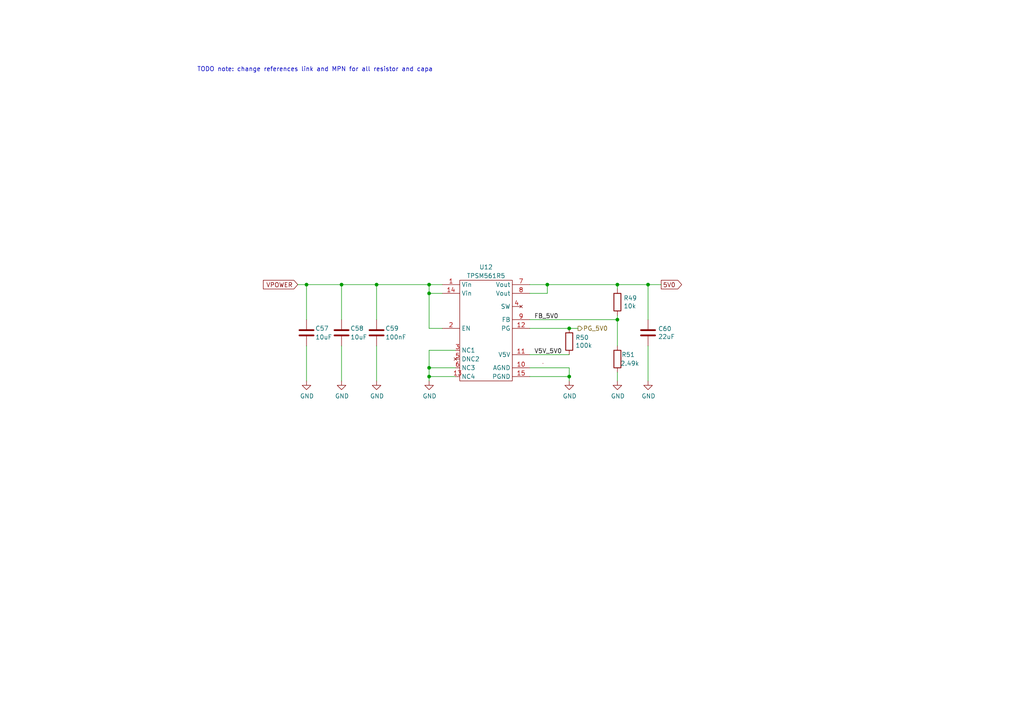
<source format=kicad_sch>
(kicad_sch (version 20211123) (generator eeschema)
  (paper "A4")
  (title_block (title "Open MOtor DRiver Initiative (OMODRI)") (date "2022-10-05") (rev "2.0") (company "LAAS/CNRS"))
  (lib_symbols
    (symbol "Device:C" (pin_numbers hide) (pin_names (offset 0.254))
      (property "Reference" "C" (at 0.635 2.54 0))
      (property "Value" "C" (at 0.635 -2.54 0))
      (symbol "C_0_1"
        (polyline (pts (xy -2.032 -0.762) (xy 2.032 -0.762)) (stroke (width 0.508)))
        (polyline (pts (xy -2.032 0.762) (xy 2.032 0.762)) (stroke (width 0.508)))
      )
      (symbol "C_1_1"
        (pin passive line (at 0 3.81 270) (length 2.794) (name "~") (number "1"))
        (pin passive line (at 0 -3.81 90) (length 2.794) (name "~") (number "2"))
      )
    )
    (symbol "Device:R" (pin_numbers hide) (pin_names (offset 0))
      (property "Reference" "R" (at 2.032 0 90))
      (property "Value" "R" (at 0 0 90))
      (symbol "R_0_1"
        (rectangle (start -1.016 -2.54) (end 1.016 2.54) (stroke (width 0.254)))
      )
      (symbol "R_1_1"
        (pin passive line (at 0 3.81 270) (length 1.27) (name "~") (number "1"))
        (pin passive line (at 0 -3.81 90) (length 1.27) (name "~") (number "2"))
      )
    )
    (symbol "omodri_lib:TPSM561R5"
      (property "Reference" "U" (at 0 8.89 0))
      (property "Value" "TPSM561R5" (at 0 7.62 0))
      (symbol "TPSM561R5_0_1"
        (rectangle (start -7.62 6.35) (end 7.62 -22.86) (stroke (width 0.1524)))
        (rectangle (start 16.51 -17.78) (end 16.51 -17.78) (stroke (width 0.1524)))
        (rectangle (start 16.51 -17.78) (end 16.51 -17.78) (stroke (width 0.1524)))
      )
      (symbol "TPSM561R5_1_1"
        (pin power_in line (at -12.7 5.08 0) (length 5.08) (name "Vin") (number "1"))
        (pin passive line (at 12.7 -19.05 180) (length 5.08) (name "AGND") (number "10"))
        (pin output line (at 12.7 -15.24 180) (length 5.08) (name "V5V") (number "11"))
        (pin open_collector line (at 12.7 -7.62 180) (length 5.08) (name "PG") (number "12"))
        (pin passive line (at -8.89 -21.59 0) (length 1.27) (name "NC4") (number "13"))
        (pin power_in line (at -12.7 2.54 0) (length 5.08) (name "Vin") (number "14"))
        (pin passive line (at 12.7 -21.59 180) (length 5.08) (name "PGND") (number "15"))
        (pin input line (at -12.7 -7.62 0) (length 5.08) (name "EN") (number "2"))
        (pin passive line (at -8.89 -13.97 0) (length 1.27) (name "NC1") (number "3"))
        (pin no_connect line (at 10.16 -1.27 180) (length 2.54) (name "SW") (number "4"))
        (pin no_connect line (at -8.89 -16.51 0) (length 1.27) (name "DNC2") (number "5"))
        (pin passive line (at -8.89 -19.05 0) (length 1.27) (name "NC3") (number "6"))
        (pin passive line (at 12.7 5.08 180) (length 5.08) (name "Vout") (number "7"))
        (pin passive line (at 12.7 2.54 180) (length 5.08) (name "Vout") (number "8"))
        (pin input line (at 12.7 -5.08 180) (length 5.08) (name "FB") (number "9"))
      )
    )
    (symbol "power:GND" (power) (pin_names (offset 0))
      (property "Value" "GND" (at 0 -3.81 0))
      (symbol "GND_0_1"
        (polyline (pts (xy 0 0) (xy 0 -1.27) (xy 1.27 -1.27) (xy 0 -2.54) (xy -1.27 -1.27) (xy 0 -1.27)))
      )
      (symbol "GND_1_1"
        (pin power_in line (at 0 0 270) (length 0) hide (name "GND") (number "1"))
      )
    )
  )
  (junction (at 179.07 82.55))
  (junction (at 165.1 109.22))
  (junction (at 179.07 92.71))
  (junction (at 124.46 106.68))
  (junction (at 165.1 95.25))
  (junction (at 88.9 82.55))
  (junction (at 124.46 109.22))
  (junction (at 187.96 82.55))
  (junction (at 124.46 82.55))
  (junction (at 124.46 85.09))
  (junction (at 99.06 82.55))
  (junction (at 109.22 82.55))
  (junction (at 158.75 82.55))
  (wire (pts (xy 88.9 100.33) (xy 88.9 110.49)))
  (wire (pts (xy 153.67 102.87) (xy 165.1 102.87)))
  (wire (pts (xy 179.07 91.44) (xy 179.07 92.71)))
  (wire (pts (xy 158.75 82.55) (xy 179.07 82.55)))
  (wire (pts (xy 99.06 82.55) (xy 109.22 82.55)))
  (wire (pts (xy 153.67 92.71) (xy 179.07 92.71)))
  (wire (pts (xy 124.46 85.09) (xy 124.46 82.55)))
  (wire (pts (xy 153.67 106.68) (xy 165.1 106.68)))
  (wire (pts (xy 88.9 82.55) (xy 88.9 92.71)))
  (wire (pts (xy 124.46 106.68) (xy 132.08 106.68)))
  (wire (pts (xy 153.67 82.55) (xy 158.75 82.55)))
  (wire (pts (xy 165.1 110.49) (xy 165.1 109.22)))
  (wire (pts (xy 153.67 85.09) (xy 158.75 85.09)))
  (wire (pts (xy 86.36 82.55) (xy 88.9 82.55)))
  (wire (pts (xy 124.46 85.09) (xy 128.27 85.09)))
  (wire (pts (xy 124.46 109.22) (xy 124.46 110.49)))
  (wire (pts (xy 124.46 101.6) (xy 124.46 106.68)))
  (wire (pts (xy 124.46 106.68) (xy 124.46 109.22)))
  (wire (pts (xy 187.96 82.55) (xy 187.96 92.71)))
  (wire (pts (xy 99.06 100.33) (xy 99.06 110.49)))
  (wire (pts (xy 179.07 82.55) (xy 187.96 82.55)))
  (wire (pts (xy 109.22 82.55) (xy 109.22 92.71)))
  (wire (pts (xy 158.75 85.09) (xy 158.75 82.55)))
  (wire (pts (xy 88.9 82.55) (xy 99.06 82.55)))
  (wire (pts (xy 165.1 106.68) (xy 165.1 109.22)))
  (wire (pts (xy 187.96 100.33) (xy 187.96 110.49)))
  (wire (pts (xy 124.46 95.25) (xy 124.46 85.09)))
  (wire (pts (xy 153.67 109.22) (xy 165.1 109.22)))
  (wire (pts (xy 124.46 82.55) (xy 128.27 82.55)))
  (wire (pts (xy 153.67 95.25) (xy 165.1 95.25)))
  (wire (pts (xy 109.22 100.33) (xy 109.22 110.49)))
  (wire (pts (xy 179.07 107.95) (xy 179.07 110.49)))
  (wire (pts (xy 165.1 95.25) (xy 167.64 95.25)))
  (wire (pts (xy 187.96 82.55) (xy 191.77 82.55)))
  (wire (pts (xy 132.08 101.6) (xy 124.46 101.6)))
  (wire (pts (xy 179.07 82.55) (xy 179.07 83.82)))
  (wire (pts (xy 109.22 82.55) (xy 124.46 82.55)))
  (wire (pts (xy 179.07 92.71) (xy 179.07 100.33)))
  (wire (pts (xy 99.06 82.55) (xy 99.06 92.71)))
  (wire (pts (xy 124.46 109.22) (xy 132.08 109.22)))
  (wire (pts (xy 124.46 95.25) (xy 128.27 95.25)))
  (text "TODO note: change references link and MPN for all resistor and capa\n" (at 57.15 20.955 0) (effects (font (size 1.27 1.27)) (justify left bottom)))
  (label "FB_5V0" (at 154.94 92.71 0))
  (label "V5V_5V0" (at 154.94 102.87 0))
  (global_label "5V0" (shape output) (at 191.77 82.55 0) (property "Références Inter-Feuilles" "${INTERSHEET_REFS}" (effects hide)))
  (global_label "VPOWER" (shape input) (at 86.36 82.55 180) (property "Références Inter-Feuilles" "${INTERSHEET_REFS}" (effects hide)))
  (hierarchical_label "PG_5V0" (shape output) (at 167.64 95.25 0))
  (symbol (lib_id "power:GND") (at 99.06 110.49 0) (unit 1)
    (property "Reference" "#PWR0125" (effects hide))
    (property "Value" "GND" (at 99.187 114.8842 0))
  )
  (symbol (lib_id "Device:C") (at 88.9 96.52 0) (unit 1)
    (property "Reference" "C57" (at 91.44 95.25 0) (effects (justify left)))
    (property "Value" "10uF" (at 91.44 97.79 0) (effects (justify left)))
    (property "Footprint" "Capacitor_SMD:C_1210_3225Metric" (effects hide))
    (property "Farnell" "3416259" (effects hide))
    (property "Mouser" "810-C3225X7R1N106K25" (effects hide))
    (property "DigiKey" "445-C3225X7R1N106K250ACCT-ND " (effects hide))
    (property "Rated Voltage" "75V" (effects hide))
    (property "Part No" "C3225X7R1N106K250AC" (effects hide))
  )
  (symbol (lib_id "Device:C") (at 99.06 96.52 0) (unit 1)
    (property "Reference" "C58" (at 101.6 95.25 0) (effects (justify left)))
    (property "Value" "10uF" (at 101.6 97.79 0) (effects (justify left)))
    (property "Footprint" "Capacitor_SMD:C_1210_3225Metric" (effects hide))
    (property "Farnell" "3416259" (effects hide))
    (property "Mouser" "810-C3225X7R1N106K25" (effects hide))
    (property "DigiKey" "445-C3225X7R1N106K250ACCT-ND " (effects hide))
    (property "Rated Voltage" "75V" (effects hide))
    (property "Part No" "C3225X7R1N106K250AC" (effects hide))
  )
  (symbol (lib_id "power:GND") (at 88.9 110.49 0) (unit 1)
    (property "Reference" "#PWR0124" (effects hide))
    (property "Value" "GND" (at 89.027 114.8842 0))
  )
  (symbol (lib_id "power:GND") (at 109.22 110.49 0) (unit 1)
    (property "Reference" "#PWR0126" (effects hide))
    (property "Value" "GND" (at 109.347 114.8842 0))
  )
  (symbol (lib_id "power:GND") (at 179.07 110.49 0) (unit 1)
    (property "Reference" "#PWR0129" (effects hide))
    (property "Value" "GND" (at 179.197 114.8842 0))
  )
  (symbol (lib_id "omodri_lib:TPSM561R5") (at 140.97 87.63 0) (unit 1)
    (property "Reference" "U12" (at 140.97 77.47 0))
    (property "Value" "TPSM561R5" (at 140.97 80.01 0))
    (property "Footprint" "udriver3:B3QFN_15" (effects hide))
    (property "Datasheet" "https://www.ti.com/lit/ds/symlink/tpsm5601r5.pdf" (effects hide))
  )
  (symbol (lib_id "Device:C") (at 109.22 96.52 0) (unit 1)
    (property "Reference" "C59" (at 111.76 95.25 0) (effects (justify left)))
    (property "Value" "100nF" (at 111.76 97.79 0) (effects (justify left)))
    (property "Footprint" "Capacitor_SMD:C_0603_1608Metric" (effects hide))
    (property "Farnell" "1828921" (effects hide))
    (property "Mouser" "81-GRM188R72A104KA35" (effects hide))
    (property "DigiKey" "490-3285-1-ND" (effects hide))
    (property "Rated Voltage" "100V" (effects hide))
    (property "Part No" "GRM188R72A104KA35D" (effects hide))
  )
  (symbol (lib_id "Device:C") (at 187.96 96.52 0) (unit 1)
    (property "Reference" "C60" (at 190.881 95.3516 0) (effects (justify left)))
    (property "Value" "22uF" (at 190.881 97.663 0) (effects (justify left)))
    (property "Footprint" "Capacitor_SMD:C_0805_2012Metric" (effects hide))
    (property "DigiKey" "490-10749-2-ND" (effects hide))
    (property "Farnell" "1907510" (effects hide))
    (property "Mouser" "81-GRM21BR61E226ME4L" (effects hide))
    (property "Part No" "GRM21BR61E226ME44L " (effects hide))
    (property "RS" "247-8112" (effects hide))
    (property "Rated Voltage" "25V" (effects hide))
  )
  (symbol (lib_id "Device:R") (at 179.07 104.14 180) (unit 1)
    (property "Reference" "R51" (at 184.15 102.87 0) (effects (justify left)))
    (property "Value" "2.49k" (at 185.42 105.41 0) (effects (justify left)))
    (property "Footprint" "Resistor_SMD:R_0201_0603Metric" (effects hide))
    (property "DigiKey" "P122907TR-ND" (effects hide))
    (property "Farnell" "3335262" (effects hide))
    (property "Mouser" "667-ERJ-1GNF2941C" (effects hide))
    (property "Part No" "ERJ-1GNF2941C" (effects hide))
  )
  (symbol (lib_id "power:GND") (at 124.46 110.49 0) (unit 1)
    (property "Reference" "#PWR0127" (effects hide))
    (property "Value" "GND" (at 124.587 114.8842 0))
  )
  (symbol (lib_id "power:GND") (at 165.1 110.49 0) (unit 1)
    (property "Reference" "#PWR0128" (effects hide))
    (property "Value" "GND" (at 165.227 114.8842 0))
  )
  (symbol (lib_id "power:GND") (at 187.96 110.49 0) (unit 1)
    (property "Reference" "#PWR0130" (effects hide))
    (property "Value" "GND" (at 188.087 114.8842 0))
  )
  (symbol (lib_id "Device:R") (at 179.07 87.63 0) (unit 1)
    (property "Reference" "R49" (at 180.848 86.4616 0) (effects (justify left)))
    (property "Value" "10k" (at 180.848 88.773 0) (effects (justify left)))
    (property "Footprint" "Resistor_SMD:R_0201_0603Metric" (effects hide))
    (property "DigiKey" "P122414CT-ND" (effects hide))
    (property "Farnell" "2302362" (effects hide))
    (property "Mouser" "667-ERJ-1GNF1002C" (effects hide))
    (property "Part No" "ERJ-1GNF1002C" (effects hide))
    (property "RS" "176-3597" (effects hide))
  )
  (symbol (lib_id "Device:R") (at 165.1 99.06 0) (unit 1)
    (property "Reference" "R50" (at 166.878 97.8916 0) (effects (justify left)))
    (property "Value" "100k" (at 166.878 100.203 0) (effects (justify left)))
    (property "Footprint" "Resistor_SMD:R_0201_0603Metric" (effects hide))
    (property "DigiKey" "P122655CT-ND" (effects hide))
    (property "Farnell" "2302389" (effects hide))
    (property "Mouser" "667-ERJ-1GNF1003C" (effects hide))
    (property "Part No" "ERJ-1GNF1003C" (effects hide))
    (property "RS" "179-7130" (effects hide))
  )
)
</source>
